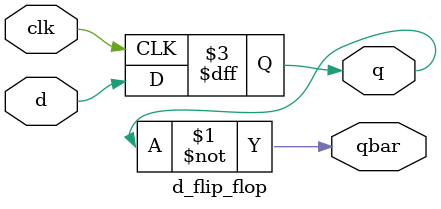
<source format=v>
module d_flip_flop (
    d,
    clk,
    q,
    qbar
);
    input d, clk;
    output reg q;
    output qbar;

    assign qbar = ~q;

    always @(posedge clk) begin
        q <= d;
    end
endmodule

</source>
